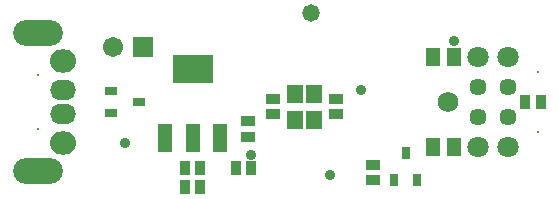
<source format=gbs>
%FSTAX23Y23*%
%MOIN*%
%SFA1B1*%

%IPPOS*%
%ADD20R,0.045400X0.035560*%
%ADD21R,0.035560X0.045400*%
%ADD25C,0.067060*%
%ADD26R,0.067060X0.067060*%
%ADD27C,0.070990*%
%ADD28C,0.057210*%
%ADD29C,0.008000*%
%ADD30C,0.068000*%
%ADD31O,0.086740X0.076900*%
%ADD32O,0.086740X0.067060*%
%ADD33O,0.165480X0.086740*%
%ADD34C,0.035560*%
%ADD35C,0.058000*%
%ADD55R,0.045400X0.063120*%
%ADD56R,0.031620X0.043430*%
%ADD57R,0.043430X0.031620*%
%ADD58R,0.055240X0.063120*%
%ADD59R,0.135950X0.092650*%
%ADD60R,0.047370X0.092650*%
%LNmidi_stick-1*%
%LPD*%
G54D20*
X03975Y02725D03*
Y02674D03*
X0356Y0287D03*
Y02819D03*
X03852Y02945D03*
Y02894D03*
X03642Y02945D03*
Y02894D03*
G54D21*
X03518Y02715D03*
X0357D03*
X04484Y02935D03*
X04535D03*
X03349Y02715D03*
X034D03*
X03349Y0265D03*
X034D03*
G54D25*
X0311Y03117D03*
G54D26*
X0321Y03117D03*
G54D27*
X04325Y03085D03*
Y02785D03*
X04425D03*
Y03085D03*
G54D28*
X04325Y02985D03*
Y02885D03*
X04425Y02985D03*
Y02885D03*
G54D29*
X04525Y03035D03*
Y02835D03*
X0286Y02844D03*
Y03025D03*
G54D30*
X04225Y02935D03*
G54D31*
X02943Y03072D03*
Y02797D03*
G54D32*
X02943Y02974D03*
Y02895D03*
G54D33*
X0286Y02704D03*
Y03165D03*
G54D34*
X04246Y03137D03*
X03833Y0269D03*
X03935Y02975D03*
X0357Y02758D03*
X0315Y02797D03*
G54D35*
X0377Y0323D03*
G54D55*
X04247Y03085D03*
X04175D03*
X04247Y02784D03*
X04175D03*
G54D56*
X04085Y02765D03*
X04047Y02674D03*
X04122D03*
G54D57*
X03195Y02935D03*
X03104Y02972D03*
Y02897D03*
G54D58*
X03778Y02876D03*
X03715D03*
X03778Y02963D03*
X03715D03*
G54D59*
X03375Y03045D03*
G54D60*
X03284Y02814D03*
X03375D03*
X03465D03*
M02*
</source>
